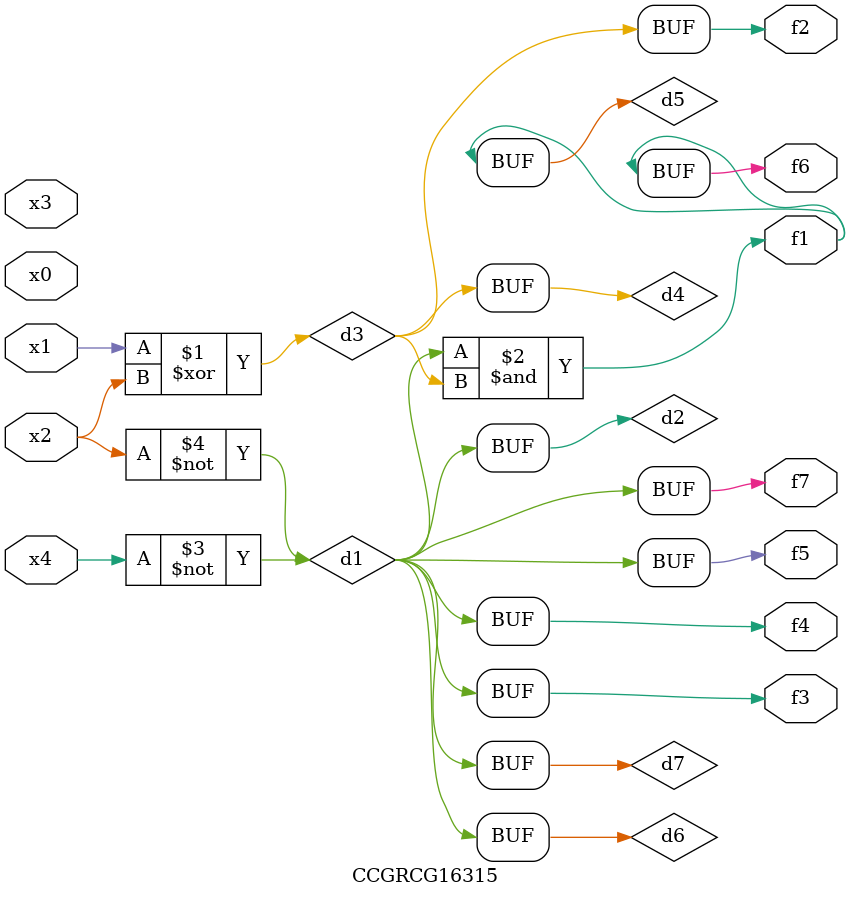
<source format=v>
module CCGRCG16315(
	input x0, x1, x2, x3, x4,
	output f1, f2, f3, f4, f5, f6, f7
);

	wire d1, d2, d3, d4, d5, d6, d7;

	not (d1, x4);
	not (d2, x2);
	xor (d3, x1, x2);
	buf (d4, d3);
	and (d5, d1, d3);
	buf (d6, d1, d2);
	buf (d7, d2);
	assign f1 = d5;
	assign f2 = d4;
	assign f3 = d7;
	assign f4 = d7;
	assign f5 = d7;
	assign f6 = d5;
	assign f7 = d7;
endmodule

</source>
